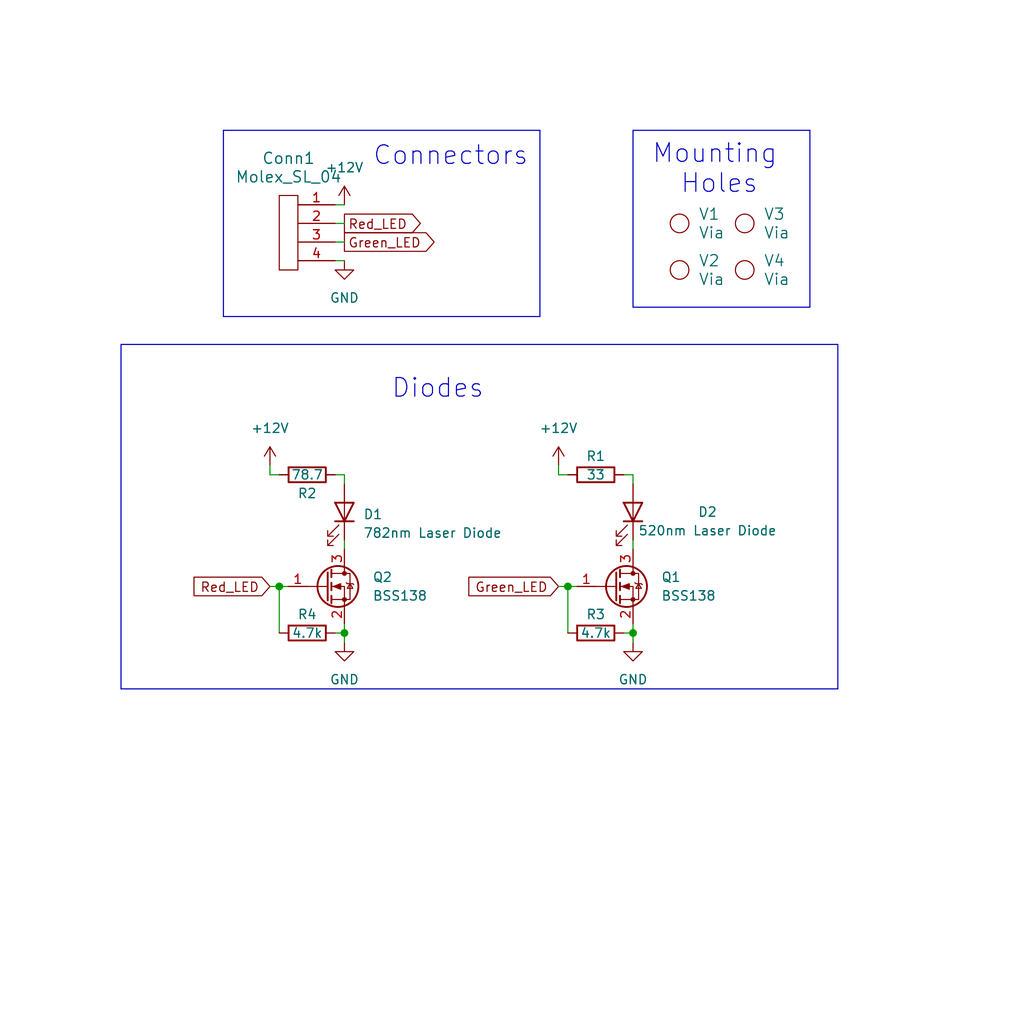
<source format=kicad_sch>
(kicad_sch (version 20230121) (generator eeschema)
  (paper "User" 139.7 139.7)
  (lib_symbols
    (symbol "Device:LED" (pin_numbers hide) (pin_names (offset 1.016) hide)
      (property "Reference" "D" (at 0 2.54 0))
      (property "Value" "LED" (at 0 -2.54 0))
      (symbol "LED_0_1"
        (polyline (pts (xy -1.27 -1.27) (xy -1.27 1.27)) (stroke (width 0.254)))
        (polyline (pts (xy -1.27 0) (xy 1.27 0)))
        (polyline (pts (xy 1.27 -1.27) (xy 1.27 1.27) (xy -1.27 0) (xy 1.27 -1.27)) (stroke (width 0.254)))
        (polyline (pts (xy -3.048 -0.762) (xy -4.572 -2.286) (xy -3.81 -2.286) (xy -4.572 -2.286) (xy -4.572 -1.524)))
        (polyline (pts (xy -1.778 -0.762) (xy -3.302 -2.286) (xy -2.54 -2.286) (xy -3.302 -2.286) (xy -3.302 -1.524)))
      )
      (symbol "LED_1_1"
        (pin passive line (at -3.81 0 0) (length 2.54) (name "K") (number "1"))
        (pin passive line (at 3.81 0 180) (length 2.54) (name "A") (number "2"))
      )
    )
    (symbol "Device:R" (pin_numbers hide) (pin_names (offset 0))
      (property "Reference" "R" (at 2.032 0 90))
      (property "Value" "R" (at 0 0 90))
      (symbol "R_0_1"
        (rectangle (start -1.016 -2.54) (end 1.016 2.54) (stroke (width 0.254)))
      )
      (symbol "R_1_1"
        (pin passive line (at 0 3.81 270) (length 1.27) (name "~") (number "1"))
        (pin passive line (at 0 -3.81 90) (length 1.27) (name "~") (number "2"))
      )
    )
    (symbol "MRDT_Connectors:Molex_SL_04" (pin_names (offset 1.016))
      (property "Reference" "Conn" (at 3.81 -1.27 0))
      (property "Value" "Molex_SL_04" (at 1.27 11.43 0))
      (symbol "Molex_SL_04_0_1"
        (rectangle (start 0 10.16) (end 2.54 0))
      )
      (symbol "Molex_SL_04_1_1"
        (pin input line (at -5.08 8.89 0) (length 5.08) (name "~") (number "1"))
        (pin input line (at -5.08 6.35 0) (length 5.08) (name "~") (number "2"))
        (pin input line (at -5.08 3.81 0) (length 5.08) (name "~") (number "3"))
        (pin input line (at -5.08 1.27 0) (length 5.08) (name "~") (number "4"))
      )
    )
    (symbol "MRDT_Drill_Holes:Via" (pin_names (offset 1.016))
      (property "Reference" "V" (at 0 -2.54 0))
      (property "Value" "Via" (at 0 2.54 0))
      (symbol "Via_0_1"
        (circle (center 0 0) (radius 1.27))
      )
      (symbol "Via_1_1"
        (pin input line (at 0 0 0) (length 5.08) hide (name "~") (number "1"))
      )
    )
    (symbol "Transistor_FET:BSS138" (pin_names hide)
      (property "Reference" "Q" (at 5.08 1.905 0))
      (property "Value" "BSS138" (at 5.08 0 0))
      (symbol "BSS138_0_1"
        (polyline (pts (xy 0.254 0) (xy -2.54 0)))
        (polyline (pts (xy 0.254 1.905) (xy 0.254 -1.905)) (stroke (width 0.254)))
        (polyline (pts (xy 0.762 -1.27) (xy 0.762 -2.286)) (stroke (width 0.254)))
        (polyline (pts (xy 0.762 0.508) (xy 0.762 -0.508)) (stroke (width 0.254)))
        (polyline (pts (xy 0.762 2.286) (xy 0.762 1.27)) (stroke (width 0.254)))
        (polyline (pts (xy 2.54 2.54) (xy 2.54 1.778)))
        (polyline (pts (xy 2.54 -2.54) (xy 2.54 0) (xy 0.762 0)))
        (polyline (pts (xy 0.762 -1.778) (xy 3.302 -1.778) (xy 3.302 1.778) (xy 0.762 1.778)))
        (polyline (pts (xy 1.016 0) (xy 2.032 0.381) (xy 2.032 -0.381) (xy 1.016 0)) (fill (type outline)))
        (polyline (pts (xy 2.794 0.508) (xy 2.921 0.381) (xy 3.683 0.381) (xy 3.81 0.254)))
        (polyline (pts (xy 3.302 0.381) (xy 2.921 -0.254) (xy 3.683 -0.254) (xy 3.302 0.381)))
        (circle (center 1.651 0) (radius 2.794) (stroke (width 0.254)))
        (circle (center 2.54 -1.778) (radius 0.254) (fill (type outline)))
        (circle (center 2.54 1.778) (radius 0.254) (fill (type outline)))
      )
      (symbol "BSS138_1_1"
        (pin input line (at -5.08 0 0) (length 2.54) (name "G") (number "1"))
        (pin passive line (at 2.54 -5.08 90) (length 2.54) (name "S") (number "2"))
        (pin passive line (at 2.54 5.08 270) (length 2.54) (name "D") (number "3"))
      )
    )
    (symbol "power:+12V" (power) (pin_names (offset 0))
      (property "Value" "+12V" (at 0 3.556 0))
      (symbol "+12V_0_1"
        (polyline (pts (xy -0.762 1.27) (xy 0 2.54)))
        (polyline (pts (xy 0 0) (xy 0 2.54)))
        (polyline (pts (xy 0 2.54) (xy 0.762 1.27)))
      )
      (symbol "+12V_1_1"
        (pin power_in line (at 0 0 90) (length 0) hide (name "+12V") (number "1"))
      )
    )
    (symbol "power:GND" (power) (pin_names (offset 0))
      (property "Value" "GND" (at 0 -3.81 0))
      (symbol "GND_0_1"
        (polyline (pts (xy 0 0) (xy 0 -1.27) (xy 1.27 -1.27) (xy 0 -2.54) (xy -1.27 -1.27) (xy 0 -1.27)))
      )
      (symbol "GND_1_1"
        (pin power_in line (at 0 0 270) (length 0) hide (name "GND") (number "1"))
      )
    )
  )
  (junction (at 38.1 80.01))
  (junction (at 77.47 80.01))
  (junction (at 46.99 86.36))
  (junction (at 86.36 86.36))
  (wire (pts (xy 38.1 80.01) (xy 39.37 80.01)))
  (wire (pts (xy 45.72 27.94) (xy 46.99 27.94)))
  (polyline (pts (xy 16.51 46.99) (xy 16.51 93.98)))
  (polyline (pts (xy 30.48 43.18) (xy 73.66 43.18)))
  (wire (pts (xy 86.36 73.66) (xy 86.36 74.93)))
  (wire (pts (xy 76.2 64.77) (xy 77.47 64.77)))
  (wire (pts (xy 86.36 85.09) (xy 86.36 86.36)))
  (wire (pts (xy 45.72 86.36) (xy 46.99 86.36)))
  (wire (pts (xy 85.09 86.36) (xy 86.36 86.36)))
  (polyline (pts (xy 110.49 41.91) (xy 110.49 17.78)))
  (wire (pts (xy 45.72 64.77) (xy 46.99 64.77)))
  (polyline (pts (xy 73.66 43.18) (xy 73.66 17.78)))
  (wire (pts (xy 77.47 80.01) (xy 77.47 86.36)))
  (wire (pts (xy 46.99 86.36) (xy 46.99 87.63)))
  (wire (pts (xy 86.36 64.77) (xy 86.36 66.04)))
  (wire (pts (xy 76.2 80.01) (xy 77.47 80.01)))
  (wire (pts (xy 36.83 80.01) (xy 38.1 80.01)))
  (wire (pts (xy 46.99 85.09) (xy 46.99 86.36)))
  (wire (pts (xy 38.1 80.01) (xy 38.1 86.36)))
  (polyline (pts (xy 114.3 46.99) (xy 114.3 93.98)))
  (wire (pts (xy 86.36 86.36) (xy 86.36 87.63)))
  (polyline (pts (xy 86.36 17.78) (xy 86.36 41.91)))
  (wire (pts (xy 36.83 63.5) (xy 36.83 64.77)))
  (polyline (pts (xy 86.36 41.91) (xy 110.49 41.91)))
  (wire (pts (xy 77.47 80.01) (xy 78.74 80.01)))
  (polyline (pts (xy 16.51 46.99) (xy 114.3 46.99)))
  (wire (pts (xy 36.83 64.77) (xy 38.1 64.77)))
  (polyline (pts (xy 30.48 17.78) (xy 73.66 17.78)))
  (polyline (pts (xy 114.3 93.98) (xy 16.51 93.98)))
  (wire (pts (xy 45.72 35.56) (xy 46.99 35.56)))
  (wire (pts (xy 45.72 30.48) (xy 46.99 30.48)))
  (wire (pts (xy 46.99 64.77) (xy 46.99 66.04)))
  (wire (pts (xy 45.72 33.02) (xy 46.99 33.02)))
  (wire (pts (xy 46.99 73.66) (xy 46.99 74.93)))
  (wire (pts (xy 76.2 63.5) (xy 76.2 64.77)))
  (wire (pts (xy 85.09 64.77) (xy 86.36 64.77)))
  (polyline (pts (xy 30.48 17.78) (xy 30.48 43.18)))
  (polyline (pts (xy 86.36 17.78) (xy 110.49 17.78)))
  (text "Mounting\n  Holes" (at 88.9 26.67 0) (effects (font (size 2.54 2.54)) (justify left bottom)))
  (text "Connectors" (at 50.8 22.86 0) (effects (font (size 2.54 2.54)) (justify left bottom)))
  (text "Diodes" (at 53.34 54.61 0) (effects (font (size 2.54 2.54)) (justify left bottom)))
  (global_label "Red_LED" (shape output) (at 46.99 30.48 0) (property "Intersheetrefs" "${INTERSHEET_REFS}" (effects hide)))
  (global_label "Green_LED" (shape output) (at 46.99 33.02 0) (property "Intersheetrefs" "${INTERSHEET_REFS}" (effects hide)))
  (global_label "Red_LED" (shape input) (at 36.83 80.01 180) (property "Intersheetrefs" "${INTERSHEET_REFS}" (effects hide)))
  (global_label "Green_LED" (shape input) (at 76.2 80.01 180) (property "Intersheetrefs" "${INTERSHEET_REFS}" (effects hide)))
  (symbol (lib_id "MRDT_Drill_Holes:Via") (at 92.71 30.48 0) (unit 1)
    (property "Reference" "V1" (at 95.25 29.21 0) (effects (font (size 1.524 1.524)) (justify left)))
    (property "Value" "Via" (at 95.25 31.75 0) (effects (font (size 1.524 1.524)) (justify left)))
    (property "Footprint" "MRDT_Drill_Holes:4_40_Hole" (effects hide))
  )
  (symbol (lib_id "Device:LED") (at 86.36 69.85 270) (mirror x) (unit 1)
    (property "Reference" "D2" (at 96.52 69.85 90))
    (property "Value" "520nm Laser Diode" (at 96.52 72.39 90))
    (property "Footprint" "RamanDiodes:PLT5520B - 520nm" (effects hide))
  )
  (symbol (lib_id "power:GND") (at 46.99 87.63 0) (unit 1)
    (property "Reference" "#PWR05" (effects hide))
    (property "Value" "GND" (at 46.99 92.71 0))
  )
  (symbol (lib_id "Transistor_FET:BSS138") (at 83.82 80.01 0) (unit 1)
    (property "Reference" "Q1" (at 90.17 78.74 0) (effects (justify left)))
    (property "Value" "BSS138" (at 90.17 81.28 0) (effects (justify left)))
    (property "Footprint" "Package_TO_SOT_SMD:SOT-23" (effects hide))
    (property "Datasheet" "https://www.onsemi.com/pub/Collateral/BSS138-D.PDF" (effects hide))
  )
  (symbol (lib_id "Transistor_FET:BSS138") (at 44.45 80.01 0) (unit 1)
    (property "Reference" "Q2" (at 50.8 78.74 0) (effects (justify left)))
    (property "Value" "BSS138" (at 50.8 81.28 0) (effects (justify left)))
    (property "Footprint" "Package_TO_SOT_SMD:SOT-23" (effects hide))
    (property "Datasheet" "https://www.onsemi.com/pub/Collateral/BSS138-D.PDF" (effects hide))
  )
  (symbol (lib_id "Device:R") (at 81.28 86.36 90) (unit 1)
    (property "Reference" "R3" (at 81.28 83.82 90))
    (property "Value" "4.7k" (at 81.28 86.36 90))
    (property "Footprint" "Resistor_SMD:R_0603_1608Metric_Pad0.98x0.95mm_HandSolder" (effects hide))
  )
  (symbol (lib_id "MRDT_Drill_Holes:Via") (at 101.6 30.48 0) (unit 1)
    (property "Reference" "V3" (at 104.14 29.21 0) (effects (font (size 1.524 1.524)) (justify left)))
    (property "Value" "Via" (at 104.14 31.75 0) (effects (font (size 1.524 1.524)) (justify left)))
    (property "Footprint" "MRDT_Drill_Holes:4_40_Hole" (effects hide))
  )
  (symbol (lib_id "power:GND") (at 86.36 87.63 0) (unit 1)
    (property "Reference" "#PWR06" (effects hide))
    (property "Value" "GND" (at 86.36 92.71 0))
  )
  (symbol (lib_id "Device:R") (at 81.28 64.77 90) (unit 1)
    (property "Reference" "R1" (at 81.28 62.23 90))
    (property "Value" "33" (at 81.28 64.77 90))
    (property "Footprint" "Resistor_SMD:R_2512_6332Metric_Pad1.40x3.35mm_HandSolder" (effects hide))
  )
  (symbol (lib_id "Device:LED") (at 46.99 69.85 270) (mirror x) (unit 1)
    (property "Reference" "D1" (at 49.53 70.1675 90) (effects (justify left)))
    (property "Value" "782nm Laser Diode" (at 49.53 72.7075 90) (effects (justify left)))
    (property "Footprint" "Package_TO_SOT_THT:TO-18-3" (effects hide))
  )
  (symbol (lib_id "power:+12V") (at 76.2 63.5 0) (unit 1)
    (property "Reference" "#PWR04" (effects hide))
    (property "Value" "+12V" (at 76.2 58.42 0))
  )
  (symbol (lib_id "power:GND") (at 46.99 35.56 0) (unit 1)
    (property "Reference" "#PWR03" (effects hide))
    (property "Value" "GND" (at 46.99 40.64 0))
  )
  (symbol (lib_id "MRDT_Connectors:Molex_SL_04") (at 40.64 36.83 0) (mirror y) (unit 1)
    (property "Reference" "Conn1" (at 39.37 21.59 0) (effects (font (size 1.524 1.524))))
    (property "Value" "Molex_SL_04" (at 39.37 24.13 0) (effects (font (size 1.524 1.524))))
    (property "Footprint" "MRDT_Connectors:MOLEX_SL_04_Vertical" (effects hide))
  )
  (symbol (lib_id "MRDT_Drill_Holes:Via") (at 101.6 36.83 0) (unit 1)
    (property "Reference" "V4" (at 104.14 35.56 0) (effects (font (size 1.524 1.524)) (justify left)))
    (property "Value" "Via" (at 104.14 38.1 0) (effects (font (size 1.524 1.524)) (justify left)))
    (property "Footprint" "MRDT_Drill_Holes:4_40_Hole" (effects hide))
  )
  (symbol (lib_id "power:+12V") (at 36.83 63.5 0) (unit 1)
    (property "Reference" "#PWR02" (effects hide))
    (property "Value" "+12V" (at 36.83 58.42 0))
  )
  (symbol (lib_id "MRDT_Drill_Holes:Via") (at 92.71 36.83 0) (unit 1)
    (property "Reference" "V2" (at 95.25 35.56 0) (effects (font (size 1.524 1.524)) (justify left)))
    (property "Value" "Via" (at 95.25 38.1 0) (effects (font (size 1.524 1.524)) (justify left)))
    (property "Footprint" "MRDT_Drill_Holes:4_40_Hole" (effects hide))
  )
  (symbol (lib_id "power:+12V") (at 46.99 27.94 0) (unit 1)
    (property "Reference" "#PWR01" (effects hide))
    (property "Value" "+12V" (at 46.99 22.86 0))
  )
  (symbol (lib_id "Device:R") (at 41.91 86.36 90) (unit 1)
    (property "Reference" "R4" (at 41.91 83.82 90))
    (property "Value" "4.7k" (at 41.91 86.36 90))
    (property "Footprint" "Resistor_SMD:R_0603_1608Metric_Pad0.98x0.95mm_HandSolder" (effects hide))
  )
  (symbol (lib_id "Device:R") (at 41.91 64.77 90) (mirror x) (unit 1)
    (property "Reference" "R2" (at 41.91 67.31 90))
    (property "Value" "78.7" (at 41.91 64.77 90))
    (property "Footprint" "Resistor_SMD:R_1206_3216Metric_Pad1.30x1.75mm_HandSolder" (effects hide))
  )
)
</source>
